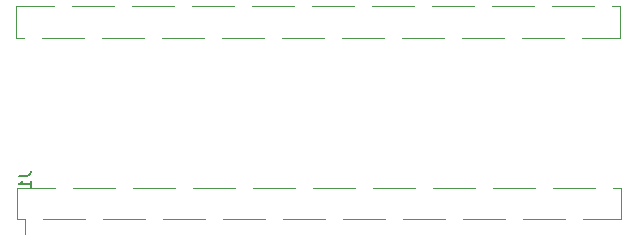
<source format=gbo>
G04 #@! TF.GenerationSoftware,KiCad,Pcbnew,(5.1.5-0-10_14)*
G04 #@! TF.CreationDate,2020-11-04T07:04:41-07:00*
G04 #@! TF.ProjectId,NumDisciplineBLE,4e756d44-6973-4636-9970-6c696e65424c,rev?*
G04 #@! TF.SameCoordinates,Original*
G04 #@! TF.FileFunction,Legend,Bot*
G04 #@! TF.FilePolarity,Positive*
%FSLAX46Y46*%
G04 Gerber Fmt 4.6, Leading zero omitted, Abs format (unit mm)*
G04 Created by KiCad (PCBNEW (5.1.5-0-10_14)) date 2020-11-04 07:04:41*
%MOMM*%
%LPD*%
G04 APERTURE LIST*
%ADD10C,0.120000*%
%ADD11C,0.150000*%
G04 APERTURE END LIST*
D10*
X97030000Y-29785000D02*
X93820000Y-29785000D01*
X102110000Y-29785000D02*
X98550000Y-29785000D01*
X107190000Y-29785000D02*
X103630000Y-29785000D01*
X112270000Y-29785000D02*
X108710000Y-29785000D01*
X117350000Y-29785000D02*
X113790000Y-29785000D01*
X122430000Y-29785000D02*
X118870000Y-29785000D01*
X127510000Y-29785000D02*
X123950000Y-29785000D01*
X132590000Y-29785000D02*
X129030000Y-29785000D01*
X137670000Y-29785000D02*
X134110000Y-29785000D01*
X142750000Y-29785000D02*
X139190000Y-29785000D01*
X144940000Y-29785000D02*
X144270000Y-29785000D01*
X93820000Y-29785000D02*
X93820000Y-32445000D01*
X94490000Y-32445000D02*
X93820000Y-32445000D01*
X99570000Y-32445000D02*
X96010000Y-32445000D01*
X104650000Y-32445000D02*
X101090000Y-32445000D01*
X109730000Y-32445000D02*
X106170000Y-32445000D01*
X114810000Y-32445000D02*
X111250000Y-32445000D01*
X119890000Y-32445000D02*
X116330000Y-32445000D01*
X124970000Y-32445000D02*
X121410000Y-32445000D01*
X130050000Y-32445000D02*
X126490000Y-32445000D01*
X135130000Y-32445000D02*
X131570000Y-32445000D01*
X140210000Y-32445000D02*
X136650000Y-32445000D01*
X144940000Y-32445000D02*
X141730000Y-32445000D01*
X144940000Y-29785000D02*
X144940000Y-32445000D01*
X94617000Y-49022000D02*
X94617000Y-47812000D01*
X141857000Y-47812000D02*
X145067000Y-47812000D01*
X136777000Y-47812000D02*
X140337000Y-47812000D01*
X131697000Y-47812000D02*
X135257000Y-47812000D01*
X126617000Y-47812000D02*
X130177000Y-47812000D01*
X121537000Y-47812000D02*
X125097000Y-47812000D01*
X116457000Y-47812000D02*
X120017000Y-47812000D01*
X111377000Y-47812000D02*
X114937000Y-47812000D01*
X106297000Y-47812000D02*
X109857000Y-47812000D01*
X101217000Y-47812000D02*
X104777000Y-47812000D01*
X96137000Y-47812000D02*
X99697000Y-47812000D01*
X93947000Y-47812000D02*
X94617000Y-47812000D01*
X145067000Y-47812000D02*
X145067000Y-45152000D01*
X144397000Y-45152000D02*
X145067000Y-45152000D01*
X139317000Y-45152000D02*
X142877000Y-45152000D01*
X134237000Y-45152000D02*
X137797000Y-45152000D01*
X129157000Y-45152000D02*
X132717000Y-45152000D01*
X124077000Y-45152000D02*
X127637000Y-45152000D01*
X118997000Y-45152000D02*
X122557000Y-45152000D01*
X113917000Y-45152000D02*
X117477000Y-45152000D01*
X108837000Y-45152000D02*
X112397000Y-45152000D01*
X103757000Y-45152000D02*
X107317000Y-45152000D01*
X98677000Y-45152000D02*
X102237000Y-45152000D01*
X93947000Y-45152000D02*
X97157000Y-45152000D01*
X93947000Y-47812000D02*
X93947000Y-45152000D01*
D11*
X94067380Y-44116666D02*
X94781666Y-44116666D01*
X94924523Y-44069047D01*
X95019761Y-43973809D01*
X95067380Y-43830952D01*
X95067380Y-43735714D01*
X95067380Y-45116666D02*
X95067380Y-44545238D01*
X95067380Y-44830952D02*
X94067380Y-44830952D01*
X94210238Y-44735714D01*
X94305476Y-44640476D01*
X94353095Y-44545238D01*
M02*

</source>
